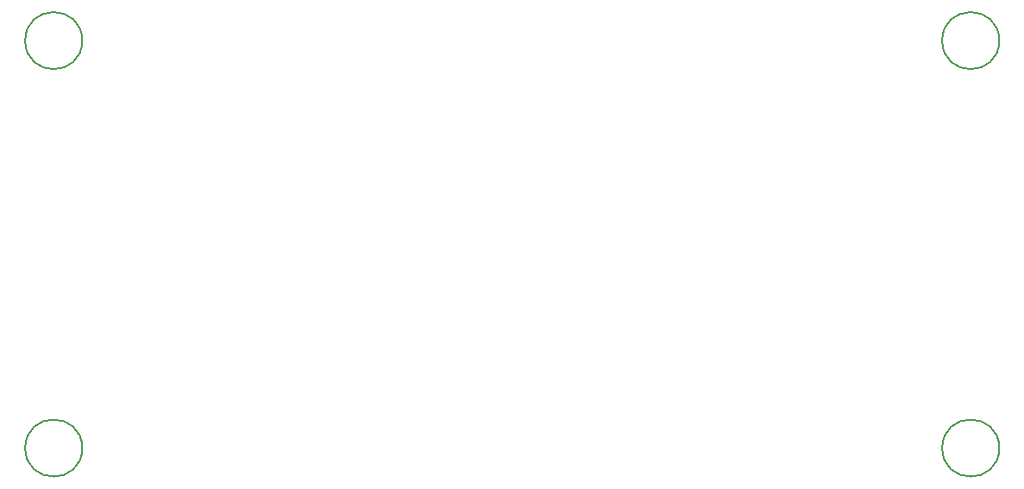
<source format=gbr>
%TF.GenerationSoftware,KiCad,Pcbnew,(6.0.9)*%
%TF.CreationDate,2022-12-22T22:01:23+02:00*%
%TF.ProjectId,cross_band_handy_walkie_talkie_V1,63726f73-735f-4626-916e-645f68616e64,rev?*%
%TF.SameCoordinates,Original*%
%TF.FileFunction,Other,Comment*%
%FSLAX46Y46*%
G04 Gerber Fmt 4.6, Leading zero omitted, Abs format (unit mm)*
G04 Created by KiCad (PCBNEW (6.0.9)) date 2022-12-22 22:01:23*
%MOMM*%
%LPD*%
G01*
G04 APERTURE LIST*
%ADD10C,0.150000*%
G04 APERTURE END LIST*
D10*
%TO.C,H2*%
X147800000Y-95000000D02*
G75*
G03*
X147800000Y-95000000I-2800000J0D01*
G01*
%TO.C,H3*%
X57800000Y-95000000D02*
G75*
G03*
X57800000Y-95000000I-2800000J0D01*
G01*
%TO.C,H4*%
X147800000Y-55000000D02*
G75*
G03*
X147800000Y-55000000I-2800000J0D01*
G01*
%TO.C,H1*%
X57800000Y-55000000D02*
G75*
G03*
X57800000Y-55000000I-2800000J0D01*
G01*
%TD*%
M02*

</source>
